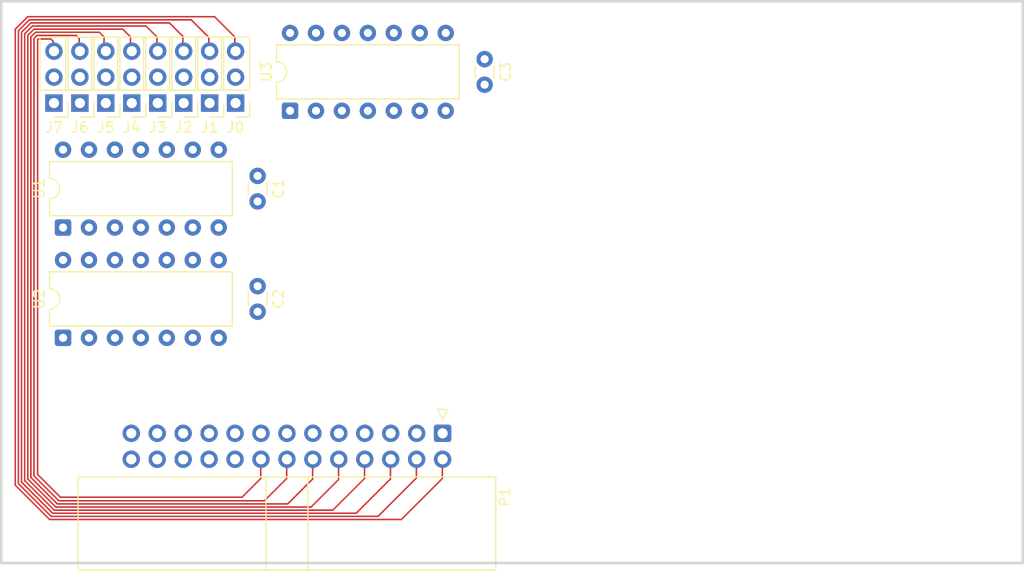
<source format=kicad_pcb>
(kicad_pcb (version 20241229) (generator "pcbnew") (generator_version "9.0")
  (layers (0 "F.Cu" signal "TopLayer") (2 "B.Cu" signal "BottomLayer") (13 "F.Paste" user "TopPasteMaskLayer") (15 "B.Paste" user "BottomPasteMaskLayer") (5 "F.SilkS" user "TopSilkLayer") (7 "B.SilkS" user "BottomSilkLayer") (1 "F.Mask" user "TopSolderMaskLayer") (3 "B.Mask" user "BottomSolderMaskLayer") (25 "Edge.Cuts" user "BoardOutLine"))
  (net 0 "")
  (net 1 "D7")
  (net 2 "D5")
  (net 3 "D6")
  (net 4 "D2")
  (net 5 "D3")
  (net 6 "D4")
  (net 7 "D1")
  (net 8 "D0")
  (net 9 "GND")
  (net 10 "Net-(J0-Pad1)")
  (net 11 "Net-(J1-Pad1)")
  (net 12 "Net-(J2-Pad1)")
  (net 13 "Net-(J3-Pad1)")
  (net 14 "Net-(J4-Pad1)")
  (net 15 "Net-(J5-Pad1)")
  (net 16 "Net-(J6-Pad1)")
  (net 17 "Net-(J7-Pad1)")
  (net 21 "/A0_SEL")
  (net 22 "/A1_SEL")
  (net 23 "/A2_SEL")
  (net 24 "/A3_SEL")
  (net 25 "/A4_SEL")
  (net 26 "/A5_SEL")
  (net 27 "/A6_SEL")
  (net 28 "/A7_SEL")
  (net 29 "ADDR")
  (net 30 "+3.3V")
  (net 31 "WAIT")
  (net 32 "INP")
  (net 33 "~CLR")
  (net 34 "+12V")
  (net 35 "OUT")
  (net 36 "+5V")
  (net 37 "~RESET")
  (net 38 "A0")
  (net 39 "A1")
  (net 40 "A2")
  (net 41 "A3")
  (net 42 "A4")
  (net 43 "A5")
  (net 44 "A6")
  (net 45 "A7")
  (footprint "Capacitor_THT:C_Disc_D3.0mm_W1.6mm_P2.50mm" (layer "F.Cu") (at 147.32 80.665 -90)
    (property "Reference" "C3" (at 1.25 -2.05 90) (layer "F.SilkS"))
    (property "Value" "100n" (hide yes))
    (fp_line (start 0.621 0.92) (end 1.879 0.92) (stroke (width 0.12)) (layer "F.SilkS"))
    (fp_line (start 0.621 -0.92) (end 1.879 -0.92) (stroke (width 0.12)) (layer "F.SilkS"))
    (pad "1" thru_hole circle (at 0 0 270) (size 1.6 1.6) (drill 0.8) (layers "*.Cu" "*.Mask") (net 30 "+3.3V"))
    (pad "2" thru_hole circle (at 2.5 0 270) (size 1.6 1.6) (drill 0.8) (layers "*.Cu" "*.Mask") (net 9 "GND"))
  )
  (footprint "Package_DIP:DIP-14_W7.62mm" (layer "F.Cu") (at 106.045 107.95 90)
    (property "Reference" "U2" (at 3.81 -2.33 90) (layer "F.SilkS"))
    (property "Value" "74HC00" (hide yes))
    (fp_line (start 6.46 -1.33) (end 4.81 -1.33) (stroke (width 0.12)) (layer "F.SilkS"))
    (fp_line (start 2.81 -1.33) (end 1.16 -1.33) (stroke (width 0.12)) (layer "F.SilkS"))
    (fp_line (start 1.16 -1.33) (end 1.16 16.57) (stroke (width 0.12)) (layer "F.SilkS"))
    (fp_line (start 6.46 16.57) (end 6.46 -1.33) (stroke (width 0.12)) (layer "F.SilkS"))
    (fp_line (start 1.16 16.57) (end 6.46 16.57) (stroke (width 0.12)) (layer "F.SilkS"))
    (fp_arc (start 4.81 -1.33) (mid 3.81 -0.33) (end 2.81 -1.33) (stroke (width 0.12)) (layer "F.SilkS"))
    (pad "1" thru_hole roundrect (at 0 0 90) (size 1.6 1.6) (drill 0.8) (layers "*.Cu" "*.Mask") (roundrect_rratio 0.15625) (net 30 "+3.3V"))
    (pad "2" thru_hole circle (at 0 2.54 90) (size 1.6 1.6) (drill 0.8) (layers "*.Cu" "*.Mask") (net 44 "A6"))
    (pad "3" thru_hole circle (at 0 5.08 90) (size 1.6 1.6) (drill 0.8) (layers "*.Cu" "*.Mask") (net 16 "Net-(J6-Pad1)"))
    (pad "4" thru_hole circle (at 0 7.62 90) (size 1.6 1.6) (drill 0.8) (layers "*.Cu" "*.Mask") (net 30 "+3.3V"))
    (pad "5" thru_hole circle (at 0 10.16 90) (size 1.6 1.6) (drill 0.8) (layers "*.Cu" "*.Mask") (net 45 "A7"))
    (pad "6" thru_hole circle (at 0 12.7 90) (size 1.6 1.6) (drill 0.8) (layers "*.Cu" "*.Mask") (net 17 "Net-(J7-Pad1)"))
    (pad "7" thru_hole circle (at 0 15.24 90) (size 1.6 1.6) (drill 0.8) (layers "*.Cu" "*.Mask") (net 9 "GND"))
    (pad "8" thru_hole circle (at 7.62 15.24 90) (size 1.6 1.6) (drill 0.8) (layers "*.Cu" "*.Mask"))
    (pad "9" thru_hole circle (at 7.62 12.7 90) (size 1.6 1.6) (drill 0.8) (layers "*.Cu" "*.Mask"))
    (pad "10" thru_hole circle (at 7.62 10.16 90) (size 1.6 1.6) (drill 0.8) (layers "*.Cu" "*.Mask"))
    (pad "11" thru_hole circle (at 7.62 7.62 90) (size 1.6 1.6) (drill 0.8) (layers "*.Cu" "*.Mask"))
    (pad "12" thru_hole circle (at 7.62 5.08 90) (size 1.6 1.6) (drill 0.8) (layers "*.Cu" "*.Mask"))
    (pad "13" thru_hole circle (at 7.62 2.54 90) (size 1.6 1.6) (drill 0.8) (layers "*.Cu" "*.Mask"))
    (pad "14" thru_hole circle (at 7.62 0 90) (size 1.6 1.6) (drill 0.8) (layers "*.Cu" "*.Mask") (net 30 "+3.3V"))
  )
  (footprint "Connector_PinHeader_2.54mm:PinHeader_1x03_P2.54mm_Vertical" (layer "F.Cu") (at 105.156 84.963 180)
    (property "Reference" "J7" (at 0 -2.38 0) (layer "F.SilkS"))
    (property "Value" "CON_HEADER_1X03-PTH" (hide yes))
    (fp_line (start 1.38 1.27) (end 1.38 6.46) (stroke (width 0.12)) (layer "F.SilkS"))
    (fp_line (start -1.38 6.46) (end 1.38 6.46) (stroke (width 0.12)) (layer "F.SilkS"))
    (fp_line (start -1.38 1.27) (end 1.38 1.27) (stroke (width 0.12)) (layer "F.SilkS"))
    (fp_line (start -1.38 1.27) (end -1.38 6.46) (stroke (width 0.12)) (layer "F.SilkS"))
    (fp_line (start -1.38 0) (end -1.38 -1.38) (stroke (width 0.12)) (layer "F.SilkS"))
    (fp_line (start -1.38 -1.38) (end 0 -1.38) (stroke (width 0.12)) (layer "F.SilkS"))
    (pad "1" thru_hole rect (at 0 0 180) (size 1.7 1.7) (drill 1) (layers "*.Cu" "*.Mask") (net 17 "Net-(J7-Pad1)"))
    (pad "2" thru_hole circle (at 0 2.54 180) (size 1.7 1.7) (drill 1) (layers "*.Cu" "*.Mask") (net 28 "/A7_SEL"))
    (pad "3" thru_hole circle (at 0 5.08 180) (size 1.7 1.7) (drill 1) (layers "*.Cu" "*.Mask") (net 45 "A7"))
  )
  (footprint "Connector_PinHeader_2.54mm:PinHeader_1x03_P2.54mm_Vertical" (layer "F.Cu") (at 117.856 84.963 180)
    (property "Reference" "J2" (at 0 -2.38 0) (layer "F.SilkS"))
    (property "Value" "CON_HEADER_1X03-PTH" (hide yes))
    (fp_line (start 1.38 1.27) (end 1.38 6.46) (stroke (width 0.12)) (layer "F.SilkS"))
    (fp_line (start -1.38 6.46) (end 1.38 6.46) (stroke (width 0.12)) (layer "F.SilkS"))
    (fp_line (start -1.38 1.27) (end 1.38 1.27) (stroke (width 0.12)) (layer "F.SilkS"))
    (fp_line (start -1.38 1.27) (end -1.38 6.46) (stroke (width 0.12)) (layer "F.SilkS"))
    (fp_line (start -1.38 0) (end -1.38 -1.38) (stroke (width 0.12)) (layer "F.SilkS"))
    (fp_line (start -1.38 -1.38) (end 0 -1.38) (stroke (width 0.12)) (layer "F.SilkS"))
    (pad "1" thru_hole rect (at 0 0 180) (size 1.7 1.7) (drill 1) (layers "*.Cu" "*.Mask") (net 12 "Net-(J2-Pad1)"))
    (pad "2" thru_hole circle (at 0 2.54 180) (size 1.7 1.7) (drill 1) (layers "*.Cu" "*.Mask") (net 23 "/A2_SEL"))
    (pad "3" thru_hole circle (at 0 5.08 180) (size 1.7 1.7) (drill 1) (layers "*.Cu" "*.Mask") (net 40 "A2"))
  )
  (footprint "Connector_PinHeader_2.54mm:PinHeader_1x03_P2.54mm_Vertical" (layer "F.Cu") (at 120.396 84.963 180)
    (property "Reference" "J1" (at 0 -2.38 0) (layer "F.SilkS"))
    (property "Value" "CON_HEADER_1X03-PTH" (hide yes))
    (fp_line (start 1.38 1.27) (end 1.38 6.46) (stroke (width 0.12)) (layer "F.SilkS"))
    (fp_line (start -1.38 6.46) (end 1.38 6.46) (stroke (width 0.12)) (layer "F.SilkS"))
    (fp_line (start -1.38 1.27) (end 1.38 1.27) (stroke (width 0.12)) (layer "F.SilkS"))
    (fp_line (start -1.38 1.27) (end -1.38 6.46) (stroke (width 0.12)) (layer "F.SilkS"))
    (fp_line (start -1.38 0) (end -1.38 -1.38) (stroke (width 0.12)) (layer "F.SilkS"))
    (fp_line (start -1.38 -1.38) (end 0 -1.38) (stroke (width 0.12)) (layer "F.SilkS"))
    (pad "1" thru_hole rect (at 0 0 180) (size 1.7 1.7) (drill 1) (layers "*.Cu" "*.Mask") (net 11 "Net-(J1-Pad1)"))
    (pad "2" thru_hole circle (at 0 2.54 180) (size 1.7 1.7) (drill 1) (layers "*.Cu" "*.Mask") (net 22 "/A1_SEL"))
    (pad "3" thru_hole circle (at 0 5.08 180) (size 1.7 1.7) (drill 1) (layers "*.Cu" "*.Mask") (net 39 "A1"))
  )
  (footprint "Capacitor_THT:C_Disc_D3.0mm_W1.6mm_P2.50mm" (layer "F.Cu") (at 125.095 92.095 -90)
    (property "Reference" "C1" (at 1.25 -2.05 90) (layer "F.SilkS"))
    (property "Value" "100n" (hide yes))
    (fp_line (start 0.621 0.92) (end 1.879 0.92) (stroke (width 0.12)) (layer "F.SilkS"))
    (fp_line (start 0.621 -0.92) (end 1.879 -0.92) (stroke (width 0.12)) (layer "F.SilkS"))
    (pad "1" thru_hole circle (at 0 0 270) (size 1.6 1.6) (drill 0.8) (layers "*.Cu" "*.Mask") (net 30 "+3.3V"))
    (pad "2" thru_hole circle (at 2.5 0 270) (size 1.6 1.6) (drill 0.8) (layers "*.Cu" "*.Mask") (net 9 "GND"))
  )
  (footprint "Connector_IDC:IDC-Header_2x13_P2.54mm_Horizontal" (layer "F.Cu") (at 143.2052 117.2972 -90)
    (property "Reference" "P1" (at 6.215 -6.1 90) (layer "F.SilkS"))
    (property "Value" "Conn_02x13_Odd_Even" (hide yes))
    (fp_line (start 4.27 35.69) (end 4.27 -5.21) (stroke (width 0.12)) (layer "F.SilkS"))
    (fp_line (start 13.39 35.69) (end 4.27 35.69) (stroke (width 0.12)) (layer "F.SilkS"))
    (fp_line (start 4.27 17.29) (end 13.39 17.29) (stroke (width 0.12)) (layer "F.SilkS"))
    (fp_line (start 4.27 13.19) (end 13.39 13.19) (stroke (width 0.12)) (layer "F.SilkS"))
    (fp_line (start -2.35 0.5) (end -1.35 0) (stroke (width 0.12)) (layer "F.SilkS"))
    (fp_line (start -1.35 0) (end -2.35 -0.5) (stroke (width 0.12)) (layer "F.SilkS"))
    (fp_line (start -2.35 -0.5) (end -2.35 0.5) (stroke (width 0.12)) (layer "F.SilkS"))
    (fp_line (start 4.27 -5.21) (end 13.39 -5.21) (stroke (width 0.12)) (layer "F.SilkS"))
    (fp_line (start 13.39 -5.21) (end 13.39 35.69) (stroke (width 0.12)) (layer "F.SilkS"))
    (pad "1" thru_hole roundrect (at 0 0 270) (size 1.7 1.7) (drill 1) (layers "*.Cu" "*.Mask") (roundrect_rratio 0.147059) (net 8 "D0"))
    (pad "2" thru_hole circle (at 2.54 0 270) (size 1.7 1.7) (drill 1) (layers "*.Cu" "*.Mask") (net 38 "A0"))
    (pad "3" thru_hole circle (at 0 2.54 270) (size 1.7 1.7) (drill 1) (layers "*.Cu" "*.Mask") (net 7 "D1"))
    (pad "4" thru_hole circle (at 2.54 2.54 270) (size 1.7 1.7) (drill 1) (layers "*.Cu" "*.Mask") (net 39 "A1"))
    (pad "5" thru_hole circle (at 0 5.08 270) (size 1.7 1.7) (drill 1) (layers "*.Cu" "*.Mask") (net 4 "D2"))
    (pad "6" thru_hole circle (at 2.54 5.08 270) (size 1.7 1.7) (drill 1) (layers "*.Cu" "*.Mask") (net 40 "A2"))
    (pad "7" thru_hole circle (at 0 7.62 270) (size 1.7 1.7) (drill 1) (layers "*.Cu" "*.Mask") (net 5 "D3"))
    (pad "8" thru_hole circle (at 2.54 7.62 270) (size 1.7 1.7) (drill 1) (layers "*.Cu" "*.Mask") (net 41 "A3"))
    (pad "9" thru_hole circle (at 0 10.16 270) (size 1.7 1.7) (drill 1) (layers "*.Cu" "*.Mask") (net 6 "D4"))
    (pad "10" thru_hole circle (at 2.54 10.16 270) (size 1.7 1.7) (drill 1) (layers "*.Cu" "*.Mask") (net 42 "A4"))
    (pad "11" thru_hole circle (at 0 12.7 270) (size 1.7 1.7) (drill 1) (layers "*.Cu" "*.Mask") (net 2 "D5"))
    (pad "12" thru_hole circle (at 2.54 12.7 270) (size 1.7 1.7) (drill 1) (layers "*.Cu" "*.Mask") (net 43 "A5"))
    (pad "13" thru_hole circle (at 0 15.24 270) (size 1.7 1.7) (drill 1) (layers "*.Cu" "*.Mask") (net 3 "D6"))
    (pad "14" thru_hole circle (at 2.54 15.24 270) (size 1.7 1.7) (drill 1) (layers "*.Cu" "*.Mask") (net 44 "A6"))
    (pad "15" thru_hole circle (at 0 17.78 270) (size 1.7 1.7) (drill 1) (layers "*.Cu" "*.Mask") (net 1 "D7"))
    (pad "16" thru_hole circle (at 2.54 17.78 270) (size 1.7 1.7) (drill 1) (layers "*.Cu" "*.Mask") (net 45 "A7"))
    (pad "17" thru_hole circle (at 0 20.32 270) (size 1.7 1.7) (drill 1) (layers "*.Cu" "*.Mask") (net 35 "OUT"))
    (pad "18" thru_hole circle (at 2.54 20.32 270) (size 1.7 1.7) (drill 1) (layers "*.Cu" "*.Mask") (net 37 "~RESET"))
    (pad "19" thru_hole circle (at 0 22.86 270) (size 1.7 1.7) (drill 1) (layers "*.Cu" "*.Mask") (net 32 "INP"))
    (pad "20" thru_hole circle (at 2.54 22.86 270) (size 1.7 1.7) (drill 1) (layers "*.Cu" "*.Mask") (net 33 "~CLR"))
    (pad "21" thru_hole circle (at 0 25.4 270) (size 1.7 1.7) (drill 1) (layers "*.Cu" "*.Mask") (net 31 "WAIT"))
    (pad "22" thru_hole circle (at 2.54 25.4 270) (size 1.7 1.7) (drill 1) (layers "*.Cu" "*.Mask") (net 9 "GND"))
    (pad "23" thru_hole circle (at 0 27.94 270) (size 1.7 1.7) (drill 1) (layers "*.Cu" "*.Mask") (net 30 "+3.3V"))
    (pad "24" thru_hole circle (at 2.54 27.94 270) (size 1.7 1.7) (drill 1) (layers "*.Cu" "*.Mask") (net 36 "+5V"))
    (pad "25" thru_hole circle (at 0 30.48 270) (size 1.7 1.7) (drill 1) (layers "*.Cu" "*.Mask") (net 34 "+12V"))
    (pad "26" thru_hole circle (at 2.54 30.48 270) (size 1.7 1.7) (drill 1) (layers "*.Cu" "*.Mask"))
  )
  (footprint "Connector_PinHeader_2.54mm:PinHeader_1x03_P2.54mm_Vertical" (layer "F.Cu") (at 115.316 84.963 180)
    (property "Reference" "J3" (at 0 -2.38 0) (layer "F.SilkS"))
    (property "Value" "CON_HEADER_1X03-PTH" (hide yes))
    (fp_line (start 1.38 1.27) (end 1.38 6.46) (stroke (width 0.12)) (layer "F.SilkS"))
    (fp_line (start -1.38 6.46) (end 1.38 6.46) (stroke (width 0.12)) (layer "F.SilkS"))
    (fp_line (start -1.38 1.27) (end 1.38 1.27) (stroke (width 0.12)) (layer "F.SilkS"))
    (fp_line (start -1.38 1.27) (end -1.38 6.46) (stroke (width 0.12)) (layer "F.SilkS"))
    (fp_line (start -1.38 0) (end -1.38 -1.38) (stroke (width 0.12)) (layer "F.SilkS"))
    (fp_line (start -1.38 -1.38) (end 0 -1.38) (stroke (width 0.12)) (layer "F.SilkS"))
    (pad "1" thru_hole rect (at 0 0 180) (size 1.7 1.7) (drill 1) (layers "*.Cu" "*.Mask") (net 13 "Net-(J3-Pad1)"))
    (pad "2" thru_hole circle (at 0 2.54 180) (size 1.7 1.7) (drill 1) (layers "*.Cu" "*.Mask") (net 24 "/A3_SEL"))
    (pad "3" thru_hole circle (at 0 5.08 180) (size 1.7 1.7) (drill 1) (layers "*.Cu" "*.Mask") (net 41 "A3"))
  )
  (footprint "Connector_PinHeader_2.54mm:PinHeader_1x03_P2.54mm_Vertical" (layer "F.Cu") (at 110.236 84.963 180)
    (property "Reference" "J5" (at 0 -2.38 0) (layer "F.SilkS"))
    (property "Value" "CON_HEADER_1X03-PTH" (hide yes))
    (fp_line (start 1.38 1.27) (end 1.38 6.46) (stroke (width 0.12)) (layer "F.SilkS"))
    (fp_line (start -1.38 6.46) (end 1.38 6.46) (stroke (width 0.12)) (layer "F.SilkS"))
    (fp_line (start -1.38 1.27) (end 1.38 1.27) (stroke (width 0.12)) (layer "F.SilkS"))
    (fp_line (start -1.38 1.27) (end -1.38 6.46) (stroke (width 0.12)) (layer "F.SilkS"))
    (fp_line (start -1.38 0) (end -1.38 -1.38) (stroke (width 0.12)) (layer "F.SilkS"))
    (fp_line (start -1.38 -1.38) (end 0 -1.38) (stroke (width 0.12)) (layer "F.SilkS"))
    (pad "1" thru_hole rect (at 0 0 180) (size 1.7 1.7) (drill 1) (layers "*.Cu" "*.Mask") (net 15 "Net-(J5-Pad1)"))
    (pad "2" thru_hole circle (at 0 2.54 180) (size 1.7 1.7) (drill 1) (layers "*.Cu" "*.Mask") (net 26 "/A5_SEL"))
    (pad "3" thru_hole circle (at 0 5.08 180) (size 1.7 1.7) (drill 1) (layers "*.Cu" "*.Mask") (net 43 "A5"))
  )
  (footprint "Connector_PinHeader_2.54mm:PinHeader_1x03_P2.54mm_Vertical" (layer "F.Cu") (at 122.936 84.963 180)
    (property "Reference" "J0" (at 0 -2.38 0) (layer "F.SilkS"))
    (property "Value" "CON_HEADER_1X03-PTH" (hide yes))
    (fp_line (start 1.38 1.27) (end 1.38 6.46) (stroke (width 0.12)) (layer "F.SilkS"))
    (fp_line (start -1.38 6.46) (end 1.38 6.46) (stroke (width 0.12)) (layer "F.SilkS"))
    (fp_line (start -1.38 1.27) (end 1.38 1.27) (stroke (width 0.12)) (layer "F.SilkS"))
    (fp_line (start -1.38 1.27) (end -1.38 6.46) (stroke (width 0.12)) (layer "F.SilkS"))
    (fp_line (start -1.38 0) (end -1.38 -1.38) (stroke (width 0.12)) (layer "F.SilkS"))
    (fp_line (start -1.38 -1.38) (end 0 -1.38) (stroke (width 0.12)) (layer "F.SilkS"))
    (pad "1" thru_hole rect (at 0 0 180) (size 1.7 1.7) (drill 1) (layers "*.Cu" "*.Mask") (net 10 "Net-(J0-Pad1)"))
    (pad "2" thru_hole circle (at 0 2.54 180) (size 1.7 1.7) (drill 1) (layers "*.Cu" "*.Mask") (net 21 "/A0_SEL"))
    (pad "3" thru_hole circle (at 0 5.08 180) (size 1.7 1.7) (drill 1) (layers "*.Cu" "*.Mask") (net 38 "A0"))
  )
  (footprint "Connector_PinHeader_2.54mm:PinHeader_1x03_P2.54mm_Vertical" (layer "F.Cu") (at 112.776 84.963 180)
    (property "Reference" "J4" (at 0 -2.38 0) (layer "F.SilkS"))
    (property "Value" "CON_HEADER_1X03-PTH" (hide yes))
    (fp_line (start 1.38 1.27) (end 1.38 6.46) (stroke (width 0.12)) (layer "F.SilkS"))
    (fp_line (start -1.38 6.46) (end 1.38 6.46) (stroke (width 0.12)) (layer "F.SilkS"))
    (fp_line (start -1.38 1.27) (end 1.38 1.27) (stroke (width 0.12)) (layer "F.SilkS"))
    (fp_line (start -1.38 1.27) (end -1.38 6.46) (stroke (width 0.12)) (layer "F.SilkS"))
    (fp_line (start -1.38 0) (end -1.38 -1.38) (stroke (width 0.12)) (layer "F.SilkS"))
    (fp_line (start -1.38 -1.38) (end 0 -1.38) (stroke (width 0.12)) (layer "F.SilkS"))
    (pad "1" thru_hole rect (at 0 0 180) (size 1.7 1.7) (drill 1) (layers "*.Cu" "*.Mask") (net 14 "Net-(J4-Pad1)"))
    (pad "2" thru_hole circle (at 0 2.54 180) (size 1.7 1.7) (drill 1) (layers "*.Cu" "*.Mask") (net 25 "/A4_SEL"))
    (pad "3" thru_hole circle (at 0 5.08 180) (size 1.7 1.7) (drill 1) (layers "*.Cu" "*.Mask") (net 42 "A4"))
  )
  (footprint "Package_DIP:DIP-14_W7.62mm" (layer "F.Cu") (at 106.045 97.15 90)
    (property "Reference" "U1" (at 3.81 -2.33 90) (layer "F.SilkS"))
    (property "Value" "74HC04" (hide yes))
    (fp_line (start 6.46 -1.33) (end 4.81 -1.33) (stroke (width 0.12)) (layer "F.SilkS"))
    (fp_line (start 2.81 -1.33) (end 1.16 -1.33) (stroke (width 0.12)) (layer "F.SilkS"))
    (fp_line (start 1.16 -1.33) (end 1.16 16.57) (stroke (width 0.12)) (layer "F.SilkS"))
    (fp_line (start 6.46 16.57) (end 6.46 -1.33) (stroke (width 0.12)) (layer "F.SilkS"))
    (fp_line (start 1.16 16.57) (end 6.46 16.57) (stroke (width 0.12)) (layer "F.SilkS"))
    (fp_arc (start 4.81 -1.33) (mid 3.81 -0.33) (end 2.81 -1.33) (stroke (width 0.12)) (layer "F.SilkS"))
    (pad "1" thru_hole roundrect (at 0 0 90) (size 1.6 1.6) (drill 0.8) (layers "*.Cu" "*.Mask") (roundrect_rratio 0.15625) (net 38 "A0"))
    (pad "2" thru_hole circle (at 0 2.54 90) (size 1.6 1.6) (drill 0.8) (layers "*.Cu" "*.Mask") (net 10 "Net-(J0-Pad1)"))
    (pad "3" thru_hole circle (at 0 5.08 90) (size 1.6 1.6) (drill 0.8) (layers "*.Cu" "*.Mask") (net 39 "A1"))
    (pad "4" thru_hole circle (at 0 7.62 90) (size 1.6 1.6) (drill 0.8) (layers "*.Cu" "*.Mask") (net 11 "Net-(J1-Pad1)"))
    (pad "5" thru_hole circle (at 0 10.16 90) (size 1.6 1.6) (drill 0.8) (layers "*.Cu" "*.Mask") (net 40 "A2"))
    (pad "6" thru_hole circle (at 0 12.7 90) (size 1.6 1.6) (drill 0.8) (layers "*.Cu" "*.Mask") (net 12 "Net-(J2-Pad1)"))
    (pad "7" thru_hole circle (at 0 15.24 90) (size 1.6 1.6) (drill 0.8) (layers "*.Cu" "*.Mask") (net 9 "GND"))
    (pad "8" thru_hole circle (at 7.62 15.24 90) (size 1.6 1.6) (drill 0.8) (layers "*.Cu" "*.Mask") (net 13 "Net-(J3-Pad1)"))
    (pad "9" thru_hole circle (at 7.62 12.7 90) (size 1.6 1.6) (drill 0.8) (layers "*.Cu" "*.Mask") (net 41 "A3"))
    (pad "10" thru_hole circle (at 7.62 10.16 90) (size 1.6 1.6) (drill 0.8) (layers "*.Cu" "*.Mask") (net 14 "Net-(J4-Pad1)"))
    (pad "11" thru_hole circle (at 7.62 7.62 90) (size 1.6 1.6) (drill 0.8) (layers "*.Cu" "*.Mask") (net 42 "A4"))
    (pad "12" thru_hole circle (at 7.62 5.08 90) (size 1.6 1.6) (drill 0.8) (layers "*.Cu" "*.Mask") (net 15 "Net-(J5-Pad1)"))
    (pad "13" thru_hole circle (at 7.62 2.54 90) (size 1.6 1.6) (drill 0.8) (layers "*.Cu" "*.Mask") (net 43 "A5"))
    (pad "14" thru_hole circle (at 7.62 0 90) (size 1.6 1.6) (drill 0.8) (layers "*.Cu" "*.Mask") (net 30 "+3.3V"))
  )
  (footprint "Capacitor_THT:C_Disc_D3.0mm_W1.6mm_P2.50mm" (layer "F.Cu") (at 125.095 102.89 -90)
    (property "Reference" "C2" (at 1.25 -2.05 90) (layer "F.SilkS"))
    (property "Value" "100n" (hide yes))
    (fp_line (start 0.621 0.92) (end 1.879 0.92) (stroke (width 0.12)) (layer "F.SilkS"))
    (fp_line (start 0.621 -0.92) (end 1.879 -0.92) (stroke (width 0.12)) (layer "F.SilkS"))
    (pad "1" thru_hole circle (at 0 0 270) (size 1.6 1.6) (drill 0.8) (layers "*.Cu" "*.Mask") (net 30 "+3.3V"))
    (pad "2" thru_hole circle (at 2.5 0 270) (size 1.6 1.6) (drill 0.8) (layers "*.Cu" "*.Mask") (net 9 "GND"))
  )
  (footprint "Package_DIP:DIP-14_W7.62mm" (layer "F.Cu") (at 128.27 85.72 90)
    (property "Reference" "U3" (at 3.81 -2.33 90) (layer "F.SilkS"))
    (property "Value" "4068" (hide yes))
    (fp_line (start 6.46 -1.33) (end 4.81 -1.33) (stroke (width 0.12)) (layer "F.SilkS"))
    (fp_line (start 2.81 -1.33) (end 1.16 -1.33) (stroke (width 0.12)) (layer "F.SilkS"))
    (fp_line (start 1.16 -1.33) (end 1.16 16.57) (stroke (width 0.12)) (layer "F.SilkS"))
    (fp_line (start 6.46 16.57) (end 6.46 -1.33) (stroke (width 0.12)) (layer "F.SilkS"))
    (fp_line (start 1.16 16.57) (end 6.46 16.57) (stroke (width 0.12)) (layer "F.SilkS"))
    (fp_arc (start 4.81 -1.33) (mid 3.81 -0.33) (end 2.81 -1.33) (stroke (width 0.12)) (layer "F.SilkS"))
    (pad "1" thru_hole roundrect (at 0 0 90) (size 1.6 1.6) (drill 0.8) (layers "*.Cu" "*.Mask") (roundrect_rratio 0.15625) (net 29 "ADDR"))
    (pad "2" thru_hole circle (at 0 2.54 90) (size 1.6 1.6) (drill 0.8) (layers "*.Cu" "*.Mask") (net 21 "/A0_SEL"))
    (pad "3" thru_hole circle (at 0 5.08 90) (size 1.6 1.6) (drill 0.8) (layers "*.Cu" "*.Mask") (net 22 "/A1_SEL"))
    (pad "4" thru_hole circle (at 0 7.62 90) (size 1.6 1.6) (drill 0.8) (layers "*.Cu" "*.Mask") (net 23 "/A2_SEL"))
    (pad "5" thru_hole circle (at 0 10.16 90) (size 1.6 1.6) (drill 0.8) (layers "*.Cu" "*.Mask") (net 24 "/A3_SEL"))
    (pad "6" thru_hole circle (at 0 12.7 90) (size 1.6 1.6) (drill 0.8) (layers "*.Cu" "*.Mask"))
    (pad "7" thru_hole circle (at 0 15.24 90) (size 1.6 1.6) (drill 0.8) (layers "*.Cu" "*.Mask") (net 9 "GND"))
    (pad "8" thru_hole circle (at 7.62 15.24 90) (size 1.6 1.6) (drill 0.8) (layers "*.Cu" "*.Mask"))
    (pad "9" thru_hole circle (at 7.62 12.7 90) (size 1.6 1.6) (drill 0.8) (layers "*.Cu" "*.Mask") (net 25 "/A4_SEL"))
    (pad "10" thru_hole circle (at 7.62 10.16 90) (size 1.6 1.6) (drill 0.8) (layers "*.Cu" "*.Mask") (net 26 "/A5_SEL"))
    (pad "11" thru_hole circle (at 7.62 7.62 90) (size 1.6 1.6) (drill 0.8) (layers "*.Cu" "*.Mask") (net 27 "/A6_SEL"))
    (pad "12" thru_hole circle (at 7.62 5.08 90) (size 1.6 1.6) (drill 0.8) (layers "*.Cu" "*.Mask") (net 28 "/A7_SEL"))
    (pad "13" thru_hole circle (at 7.62 2.54 90) (size 1.6 1.6) (drill 0.8) (layers "*.Cu" "*.Mask"))
    (pad "14" thru_hole circle (at 7.62 0 90) (size 1.6 1.6) (drill 0.8) (layers "*.Cu" "*.Mask") (net 30 "+3.3V"))
  )
  (footprint "Connector_PinHeader_2.54mm:PinHeader_1x03_P2.54mm_Vertical" (layer "F.Cu") (at 107.696 84.963 180)
    (property "Reference" "J6" (at 0 -2.38 0) (layer "F.SilkS"))
    (property "Value" "CON_HEADER_1X03-PTH" (hide yes))
    (fp_line (start 1.38 1.27) (end 1.38 6.46) (stroke (width 0.12)) (layer "F.SilkS"))
    (fp_line (start -1.38 6.46) (end 1.38 6.46) (stroke (width 0.12)) (layer "F.SilkS"))
    (fp_line (start -1.38 1.27) (end 1.38 1.27) (stroke (width 0.12)) (layer "F.SilkS"))
    (fp_line (start -1.38 1.27) (end -1.38 6.46) (stroke (width 0.12)) (layer "F.SilkS"))
    (fp_line (start -1.38 0) (end -1.38 -1.38) (stroke (width 0.12)) (layer "F.SilkS"))
    (fp_line (start -1.38 -1.38) (end 0 -1.38) (stroke (width 0.12)) (layer "F.SilkS"))
    (pad "1" thru_hole rect (at 0 0 180) (size 1.7 1.7) (drill 1) (layers "*.Cu" "*.Mask") (net 16 "Net-(J6-Pad1)"))
    (pad "2" thru_hole circle (at 0 2.54 180) (size 1.7 1.7) (drill 1) (layers "*.Cu" "*.Mask") (net 27 "/A6_SEL"))
    (pad "3" thru_hole circle (at 0 5.08 180) (size 1.7 1.7) (drill 1) (layers "*.Cu" "*.Mask") (net 44 "A6"))
  )
  (gr_line (start 200 75) (end 200 130) (stroke (width 0.254)) (layer "Edge.Cuts"))
  (gr_line (start 200 130) (end 100 130) (stroke (width 0.254)) (layer "Edge.Cuts"))
  (gr_line (start 100 75) (end 200 75) (stroke (width 0.254)) (layer "Edge.Cuts"))
  (gr_line (start 100 130) (end 100 75) (stroke (width 0.254)) (layer "Edge.Cuts"))
  (segment (start 143.18 121.7195) (end 139.1668 125.7327) (width 0.1524) (layer "F.Cu") (net 38))
  (segment (start 143.18 120.4749) (end 143.18 121.7195) (width 0.1524) (layer "F.Cu") (net 38))
  (segment (start 122.86 78.4887) (end 122.86 79.8349) (width 0.1524) (layer "F.Cu") (net 38))
  (segment (start 101.3716 77.7267) (end 102.5908 76.5075) (width 0.1524) (layer "F.Cu") (net 38))
  (segment (start 102.5908 76.5075) (end 120.8788 76.5075) (width 0.1524) (layer "F.Cu") (net 38))
  (segment (start 139.1668 125.7327) (end 104.7244 125.7327) (width 0.1524) (layer "F.Cu") (net 38))
  (segment (start 120.8788 76.5075) (end 122.86 78.4887) (width 0.1524) (layer "F.Cu") (net 38))
  (segment (start 104.7244 125.7327) (end 101.3716 122.3799) (width 0.1524) (layer "F.Cu") (net 38))
  (segment (start 101.3716 122.3799) (end 101.3716 77.7267) (width 0.1524) (layer "F.Cu") (net 38))
  (segment (start 101.6764 122.2275) (end 101.6764 77.8791) (width 0.1524) (layer "F.Cu") (net 39))
  (segment (start 104.8768 125.4279) (end 101.6764 122.2275) (width 0.1524) (layer "F.Cu") (net 39))
  (segment (start 140.64 121.6687) (end 136.8808 125.4279) (width 0.1524) (layer "F.Cu") (net 39))
  (segment (start 102.7432 76.8123) (end 118.5928 76.8123) (width 0.1524) (layer "F.Cu") (net 39))
  (segment (start 136.8808 125.4279) (end 104.8768 125.4279) (width 0.1524) (layer "F.Cu") (net 39))
  (segment (start 140.64 120.4749) (end 140.64 121.6687) (width 0.1524) (layer "F.Cu") (net 39))
  (segment (start 118.5928 76.8123) (end 120.32 78.5395) (width 0.1524) (layer "F.Cu") (net 39))
  (segment (start 101.6764 77.8791) (end 102.7432 76.8123) (width 0.1524) (layer "F.Cu") (net 39))
  (segment (start 120.32 78.5395) (end 120.32 79.8349) (width 0.1524) (layer "F.Cu") (net 39))
  (segment (start 105.0292 125.1231) (end 101.9812 122.0751) (width 0.1524) (layer "F.Cu") (net 40))
  (segment (start 134.7472 125.1231) (end 105.0292 125.1231) (width 0.1524) (layer "F.Cu") (net 40))
  (segment (start 101.9812 78.0315) (end 102.8956 77.1171) (width 0.1524) (layer "F.Cu") (net 40))
  (segment (start 138.1 121.7703) (end 134.7472 125.1231) (width 0.1524) (layer "F.Cu") (net 40))
  (segment (start 138.1 120.4749) (end 138.1 121.7703) (width 0.1524) (layer "F.Cu") (net 40))
  (segment (start 101.9812 122.0751) (end 101.9812 78.0315) (width 0.1524) (layer "F.Cu") (net 40))
  (segment (start 117.78 78.4379) (end 117.78 79.8349) (width 0.1524) (layer "F.Cu") (net 40))
  (segment (start 116.4592 77.1171) (end 117.78 78.4379) (width 0.1524) (layer "F.Cu") (net 40))
  (segment (start 102.8956 77.1171) (end 116.4592 77.1171) (width 0.1524) (layer "F.Cu") (net 40))
  (segment (start 115.24 78.4887) (end 115.24 79.8349) (width 0.1524) (layer "F.Cu") (net 41))
  (segment (start 103.048 77.4219) (end 114.1732 77.4219) (width 0.1524) (layer "F.Cu") (net 41))
  (segment (start 135.56 120.4749) (end 135.56 121.7195) (width 0.1524) (layer "F.Cu") (net 41))
  (segment (start 102.286 78.1839) (end 103.048 77.4219) (width 0.1524) (layer "F.Cu") (net 41))
  (segment (start 105.1816 124.8183) (end 102.286 121.9227) (width 0.1524) (layer "F.Cu") (net 41))
  (segment (start 135.56 121.7195) (end 132.4612 124.8183) (width 0.1524) (layer "F.Cu") (net 41))
  (segment (start 114.1732 77.4219) (end 115.24 78.4887) (width 0.1524) (layer "F.Cu") (net 41))
  (segment (start 132.4612 124.8183) (end 105.1816 124.8183) (width 0.1524) (layer "F.Cu") (net 41))
  (segment (start 102.286 121.9227) (end 102.286 78.1839) (width 0.1524) (layer "F.Cu") (net 41))
  (segment (start 133.02 121.8211) (end 130.3276 124.5135) (width 0.1524) (layer "F.Cu") (net 42))
  (segment (start 105.334 124.5135) (end 102.5908 121.7703) (width 0.1524) (layer "F.Cu") (net 42))
  (segment (start 130.3276 124.5135) (end 105.334 124.5135) (width 0.1524) (layer "F.Cu") (net 42))
  (segment (start 102.5908 78.3363) (end 103.2004 77.7267) (width 0.1524) (layer "F.Cu") (net 42))
  (segment (start 112.6492 78.4887) (end 112.6492 79.7841) (width 0.1524) (layer "F.Cu") (net 42))
  (segment (start 111.8872 77.7267) (end 112.6492 78.4887) (width 0.1524) (layer "F.Cu") (net 42))
  (segment (start 103.2004 77.7267) (end 111.8872 77.7267) (width 0.1524) (layer "F.Cu") (net 42))
  (segment (start 102.5908 121.7703) (end 102.5908 78.3363) (width 0.1524) (layer "F.Cu") (net 42))
  (segment (start 112.6492 79.7841) (end 112.7 79.8349) (width 0.1524) (layer "F.Cu") (net 42))
  (segment (start 133.02 120.4749) (end 133.02 121.8211) (width 0.1524) (layer "F.Cu") (net 42))
  (segment (start 110.0584 78.4887) (end 110.0584 79.7333) (width 0.1524) (layer "F.Cu") (net 43))
  (segment (start 103.3528 78.0315) (end 109.6012 78.0315) (width 0.1524) (layer "F.Cu") (net 43))
  (segment (start 109.6012 78.0315) (end 110.0584 78.4887) (width 0.1524) (layer "F.Cu") (net 43))
  (segment (start 130.48 121.7703) (end 128.0416 124.2087) (width 0.1524) (layer "F.Cu") (net 43))
  (segment (start 128.0416 124.2087) (end 105.4864 124.2087) (width 0.1524) (layer "F.Cu") (net 43))
  (segment (start 102.8956 121.6179) (end 102.8956 78.4887) (width 0.1524) (layer "F.Cu") (net 43))
  (segment (start 110.0584 79.7333) (end 110.16 79.8349) (width 0.1524) (layer "F.Cu") (net 43))
  (segment (start 130.48 120.4749) (end 130.48 121.7703) (width 0.1524) (layer "F.Cu") (net 43))
  (segment (start 102.8956 78.4887) (end 103.3528 78.0315) (width 0.1524) (layer "F.Cu") (net 43))
  (segment (start 105.4864 124.2087) (end 102.8956 121.6179) (width 0.1524) (layer "F.Cu") (net 43))
  (segment (start 103.5052 78.3363) (end 107.3152 78.3363) (width 0.1524) (layer "F.Cu") (net 44))
  (segment (start 127.94 120.4749) (end 127.94 121.7195) (width 0.1524) (layer "F.Cu") (net 44))
  (segment (start 103.2004 121.4655) (end 103.2004 78.6411) (width 0.1524) (layer "F.Cu") (net 44))
  (segment (start 107.3152 78.3363) (end 107.62 78.6411) (width 0.1524) (layer "F.Cu") (net 44))
  (segment (start 105.6388 123.9039) (end 103.2004 121.4655) (width 0.1524) (layer "F.Cu") (net 44))
  (segment (start 107.62 78.6411) (end 107.62 79.8349) (width 0.1524) (layer "F.Cu") (net 44))
  (segment (start 125.7556 123.9039) (end 105.6388 123.9039) (width 0.1524) (layer "F.Cu") (net 44))
  (segment (start 103.2004 78.6411) (end 103.5052 78.3363) (width 0.1524) (layer "F.Cu") (net 44))
  (segment (start 127.94 121.7195) (end 125.7556 123.9039) (width 0.1524) (layer "F.Cu") (net 44))
  (segment (start 104.8517 78.6897) (end 103.651584 78.6897) (width 0.1524) (layer "F.Cu") (net 45))
  (segment (start 123.571 123.5505) (end 125.4 121.7215) (width 0.1524) (layer "F.Cu") (net 45))
  (segment (start 103.651584 78.6897) (end 103.5538 78.787484) (width 0.1524) (layer "F.Cu") (net 45))
  (segment (start 125.4 121.7215) (end 125.4 119.8399) (width 0.1524) (layer "F.Cu") (net 45))
  (segment (start 103.5538 121.319116) (end 105.785184 123.5505) (width 0.1524) (layer "F.Cu") (net 45))
  (segment (start 103.5538 78.787484) (end 103.5538 121.319116) (width 0.1524) (layer "F.Cu") (net 45))
  (segment (start 105.785184 123.5505) (end 123.571 123.5505) (width 0.1524) (layer "F.Cu") (net 45))
  (segment (start 105.08 79.8349) (end 105.08 78.918) (width 0.1524) (layer "F.Cu") (net 45))
  (segment (start 105.08 78.918) (end 104.8517 78.6897) (width 0.1524) (layer "F.Cu") (net 45))
)
</source>
